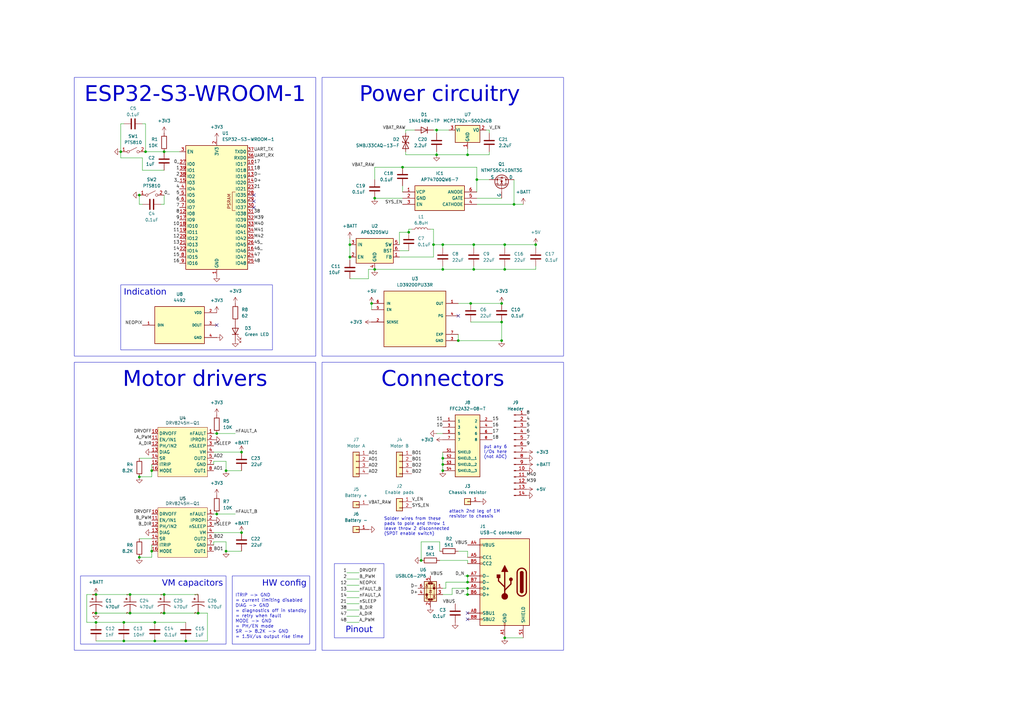
<source format=kicad_sch>
(kicad_sch (version 20231120) (generator "eeschema") (generator_version "8.0")
  (paper "A3")
  (lib_symbols
    (symbol "4492:4492" (pin_names (offset 1.016))
      (property "Reference" "U" (at -10.16 8.255 0))
      (property "Value" "4492" (at -10.16 -10.16 0))
      (symbol "4492_0_0"
        (pin input line (at -15.24 0 0) (length 5.08) (name "DIN") (number "1"))
        (pin power_in line (at 15.24 5.08 180) (length 5.08) (name "VDD") (number "2"))
        (pin output line (at 15.24 0 180) (length 5.08) (name "DOUT") (number "3"))
        (pin power_in line (at 15.24 -5.08 180) (length 5.08) (name "GND") (number "4"))
      )
    )
    (symbol "AP74700QW6-7:AP74700QW6-7"
      (property "Reference" "IC" (at 26.67 7.62 0))
      (property "Value" "AP74700QW6-7" (at 26.67 5.08 0))
      (symbol "AP74700QW6-7_1_1"
        (pin passive line (at 0 0 0) (length 5.08) (name "VCP") (number "1"))
        (pin passive line (at 0 -2.54 0) (length 5.08) (name "GND") (number "2"))
        (pin passive line (at 0 -5.08 0) (length 5.08) (name "EN") (number "3"))
        (pin passive line (at 30.48 -5.08 180) (length 5.08) (name "CATHODE") (number "4"))
        (pin passive line (at 30.48 -2.54 180) (length 5.08) (name "GATE") (number "5"))
        (pin passive line (at 30.48 0 180) (length 5.08) (name "ANODE") (number "6"))
      )
    )
    (symbol "B40620A7188M001:B40620A7188M001" (pin_names (offset 1.016))
      (property "Reference" "C" (at -5.08 3.81 0))
      (property "Value" "B40620A7188M001" (at -5.08 -5.08 0))
      (symbol "B40620A7188M001_0_0"
        (pin passive line (at -5.08 0 0) (length 0) (name "~") (number "1"))
        (pin passive line (at 2.54 0 180) (length 0) (name "~") (number "2"))
      )
    )
    (symbol "Connector:Conn_01x14_Pin" (pin_names (offset 1.016) hide)
      (property "Reference" "J" (at 0 17.78 0))
      (property "Value" "Conn_01x14_Pin" (at 0 -20.32 0))
      (symbol "Conn_01x14_Pin_1_1"
        (pin passive line (at 5.08 15.24 180) (length 3.81) (name "Pin_1") (number "1"))
        (pin passive line (at 5.08 -7.62 180) (length 3.81) (name "Pin_10") (number "10"))
        (pin passive line (at 5.08 -10.16 180) (length 3.81) (name "Pin_11") (number "11"))
        (pin passive line (at 5.08 -12.7 180) (length 3.81) (name "Pin_12") (number "12"))
        (pin passive line (at 5.08 -15.24 180) (length 3.81) (name "Pin_13") (number "13"))
        (pin passive line (at 5.08 -17.78 180) (length 3.81) (name "Pin_14") (number "14"))
        (pin passive line (at 5.08 12.7 180) (length 3.81) (name "Pin_2") (number "2"))
        (pin passive line (at 5.08 10.16 180) (length 3.81) (name "Pin_3") (number "3"))
        (pin passive line (at 5.08 7.62 180) (length 3.81) (name "Pin_4") (number "4"))
        (pin passive line (at 5.08 5.08 180) (length 3.81) (name "Pin_5") (number "5"))
        (pin passive line (at 5.08 2.54 180) (length 3.81) (name "Pin_6") (number "6"))
        (pin passive line (at 5.08 0 180) (length 3.81) (name "Pin_7") (number "7"))
        (pin passive line (at 5.08 -2.54 180) (length 3.81) (name "Pin_8") (number "8"))
        (pin passive line (at 5.08 -5.08 180) (length 3.81) (name "Pin_9") (number "9"))
      )
    )
    (symbol "Connector:USB_C_Receptacle_USB2.0_16P" (pin_names (offset 1.016))
      (property "Reference" "J" (at 0 22.225 0))
      (property "Value" "USB_C_Receptacle_USB2.0_16P" (at 0 19.685 0))
      (symbol "USB_C_Receptacle_USB2.0_16P_1_1"
        (pin passive line (at 0 -22.86 90) (length 5.08) (name "GND") (number "A1"))
        (pin passive line (at 0 -22.86 90) (length 5.08) hide (name "GND") (number "A12"))
        (pin passive line (at 15.24 15.24 180) (length 5.08) (name "VBUS") (number "A4"))
        (pin bidirectional line (at 15.24 10.16 180) (length 5.08) (name "CC1") (number "A5"))
        (pin bidirectional line (at 15.24 -2.54 180) (length 5.08) (name "D+") (number "A6"))
        (pin bidirectional line (at 15.24 2.54 180) (length 5.08) (name "D-") (number "A7"))
        (pin bidirectional line (at 15.24 -12.7 180) (length 5.08) (name "SBU1") (number "A8"))
        (pin passive line (at 15.24 15.24 180) (length 5.08) hide (name "VBUS") (number "A9"))
        (pin passive line (at 0 -22.86 90) (length 5.08) hide (name "GND") (number "B1"))
        (pin passive line (at 0 -22.86 90) (length 5.08) hide (name "GND") (number "B12"))
        (pin passive line (at 15.24 15.24 180) (length 5.08) hide (name "VBUS") (number "B4"))
        (pin bidirectional line (at 15.24 7.62 180) (length 5.08) (name "CC2") (number "B5"))
        (pin bidirectional line (at 15.24 -5.08 180) (length 5.08) (name "D+") (number "B6"))
        (pin bidirectional line (at 15.24 0 180) (length 5.08) (name "D-") (number "B7"))
        (pin bidirectional line (at 15.24 -15.24 180) (length 5.08) (name "SBU2") (number "B8"))
        (pin passive line (at 15.24 15.24 180) (length 5.08) hide (name "VBUS") (number "B9"))
        (pin passive line (at -7.62 -22.86 90) (length 5.08) (name "SHIELD") (number "S1"))
      )
    )
    (symbol "Connector_Generic:Conn_01x01" (pin_names (offset 1.016) hide)
      (property "Reference" "J" (at 0 2.54 0))
      (property "Value" "Conn_01x01" (at 0 -2.54 0))
      (symbol "Conn_01x01_1_1"
        (pin passive line (at -5.08 0 0) (length 3.81) (name "Pin_1") (number "1"))
      )
    )
    (symbol "Connector_Generic:Conn_01x02" (pin_names (offset 1.016) hide)
      (property "Reference" "J" (at 0 2.54 0))
      (property "Value" "Conn_01x02" (at 0 -5.08 0))
      (symbol "Conn_01x02_1_1"
        (pin passive line (at -5.08 0 0) (length 3.81) (name "Pin_1") (number "1"))
        (pin passive line (at -5.08 -2.54 0) (length 3.81) (name "Pin_2") (number "2"))
      )
    )
    (symbol "Connector_Generic:Conn_01x04" (pin_names (offset 1.016) hide)
      (property "Reference" "J" (at 0 5.08 0))
      (property "Value" "Conn_01x04" (at 0 -7.62 0))
      (symbol "Conn_01x04_1_1"
        (pin passive line (at -5.08 2.54 0) (length 3.81) (name "Pin_1") (number "1"))
        (pin passive line (at -5.08 0 0) (length 3.81) (name "Pin_2") (number "2"))
        (pin passive line (at -5.08 -2.54 0) (length 3.81) (name "Pin_3") (number "3"))
        (pin passive line (at -5.08 -5.08 0) (length 3.81) (name "Pin_4") (number "4"))
      )
    )
    (symbol "Device:C" (pin_numbers hide) (pin_names (offset 0.254))
      (property "Reference" "C" (at 0.635 2.54 0))
      (property "Value" "C" (at 0.635 -2.54 0))
      (symbol "C_1_1"
        (pin passive line (at 0 3.81 270) (length 2.794) (name "~") (number "1"))
        (pin passive line (at 0 -3.81 90) (length 2.794) (name "~") (number "2"))
      )
    )
    (symbol "Device:D_TVS" (pin_numbers hide) (pin_names (offset 1.016) hide)
      (property "Reference" "D" (at 0 2.54 0))
      (property "Value" "D_TVS" (at 0 -2.54 0))
      (symbol "D_TVS_1_1"
        (pin passive line (at -3.81 0 0) (length 2.54) (name "A1") (number "1"))
        (pin passive line (at 3.81 0 180) (length 2.54) (name "A2") (number "2"))
      )
    )
    (symbol "Device:L" (pin_numbers hide) (pin_names (offset 1.016) hide)
      (property "Reference" "L" (at -1.27 0 90))
      (property "Value" "L" (at 1.905 0 90))
      (symbol "L_1_1"
        (pin passive line (at 0 3.81 270) (length 1.27) (name "1") (number "1"))
        (pin passive line (at 0 -3.81 90) (length 1.27) (name "2") (number "2"))
      )
    )
    (symbol "Device:LED" (pin_numbers hide) (pin_names (offset 1.016) hide)
      (property "Reference" "D" (at 0 2.54 0))
      (property "Value" "LED" (at 0 -2.54 0))
      (symbol "LED_1_1"
        (pin passive line (at -3.81 0 0) (length 2.54) (name "K") (number "1"))
        (pin passive line (at 3.81 0 180) (length 2.54) (name "A") (number "2"))
      )
    )
    (symbol "Device:R" (pin_numbers hide) (pin_names (offset 0))
      (property "Reference" "R" (at 2.032 0 90))
      (property "Value" "R" (at 0 0 90))
      (symbol "R_1_1"
        (pin passive line (at 0 3.81 270) (length 1.27) (name "~") (number "1"))
        (pin passive line (at 0 -3.81 90) (length 1.27) (name "~") (number "2"))
      )
    )
    (symbol "Diode:1N4148W" (pin_numbers hide) (pin_names hide)
      (property "Reference" "D" (at 0 2.54 0))
      (property "Value" "1N4148W" (at 0 -2.54 0))
      (symbol "1N4148W_1_1"
        (pin passive line (at -3.81 0 0) (length 2.54) (name "K") (number "1"))
        (pin passive line (at 3.81 0 180) (length 2.54) (name "A") (number "2"))
      )
    )
    (symbol "FFC2A32-08-T:FFC2A32-08-T" (pin_names (offset 1.016))
      (property "Reference" "J" (at -5.08 8.382 0))
      (property "Value" "FFC2A32-08-T" (at -5.08 -20.32 0))
      (symbol "FFC2A32-08-T_0_0"
        (pin passive line (at -10.16 5.08 0) (length 5.08) (name "1") (number "1"))
        (pin passive line (at 10.16 5.08 180) (length 5.08) (name "2") (number "2"))
        (pin passive line (at -10.16 2.54 0) (length 5.08) (name "3") (number "3"))
        (pin passive line (at 10.16 2.54 180) (length 5.08) (name "4") (number "4"))
        (pin passive line (at -10.16 0 0) (length 5.08) (name "5") (number "5"))
        (pin passive line (at 10.16 0 180) (length 5.08) (name "6") (number "6"))
        (pin passive line (at -10.16 -2.54 0) (length 5.08) (name "7") (number "7"))
        (pin passive line (at 10.16 -2.54 180) (length 5.08) (name "8") (number "8"))
        (pin passive line (at -10.16 -7.62 0) (length 5.08) (name "SHIELD") (number "S1"))
        (pin passive line (at -10.16 -10.16 0) (length 5.08) (name "SHIELD__1") (number "S2"))
        (pin passive line (at -10.16 -12.7 0) (length 5.08) (name "SHIELD__2") (number "S3"))
        (pin passive line (at -10.16 -15.24 0) (length 5.08) (name "SHIELD__3") (number "S4"))
      )
    )
    (symbol "HaaseIndustries:DRV8245-Q1"
      (property "Reference" "U" (at 0 11.176 0))
      (symbol "DRV8245-Q1_1_1"
        (text "DRV8245H-Q1" (at 0 9.398 0) (effects (font (size 1.27 1.27))))
        (pin passive line (at 12.7 5.08 180) (length 2.54) (name "nFAULT") (number "1"))
        (pin passive line (at -12.7 5.08 0) (length 2.54) (name "DRVOFF") (number "10"))
        (pin passive line (at -12.7 2.54 0) (length 2.54) (name "EN/IN1") (number "11"))
        (pin passive line (at -12.7 0 0) (length 2.54) (name "PH/IN2") (number "12"))
        (pin passive line (at -12.7 -2.54 0) (length 2.54) (name "DIAG") (number "13"))
        (pin passive line (at -12.7 -5.08 0) (length 2.54) (name "SR") (number "14"))
        (pin passive line (at -12.7 -7.62 0) (length 2.54) (name "ITRIP") (number "15"))
        (pin passive line (at -12.7 -10.16 0) (length 2.54) (name "MODE") (number "16"))
        (pin passive line (at 12.7 2.54 180) (length 2.54) (name "IPROPI") (number "2"))
        (pin passive line (at 12.7 0 180) (length 2.54) (name "nSLEEP") (number "3"))
        (pin power_in line (at 12.7 -2.54 180) (length 2.54) (name "VM") (number "4"))
        (pin passive line (at 12.7 -5.08 180) (length 2.54) (name "OUT2") (number "5"))
        (pin passive line (at 12.7 -5.08 180) (length 2.54) hide (name "OUT2") (number "6"))
        (pin power_in line (at 12.7 -7.62 180) (length 2.54) (name "GND") (number "7"))
        (pin passive line (at 12.7 -10.16 180) (length 2.54) (name "OUT1") (number "8"))
        (pin passive line (at 12.7 -10.16 180) (length 2.54) hide (name "OUT1") (number "9"))
      )
    )
    (symbol "LD39200PU33R:LD39200PU33R" (pin_names (offset 1.016))
      (property "Reference" "U" (at -12.7 13.462 0))
      (property "Value" "LD39200PU33R" (at -12.7 -12.7 0))
      (symbol "LD39200PU33R_0_0"
        (pin output line (at 17.78 7.62 180) (length 5.08) (name "OUT") (number "1"))
        (pin input line (at -17.78 0 0) (length 5.08) (name "SENSE") (number "2"))
        (pin power_in line (at 17.78 -7.62 180) (length 5.08) (name "GND") (number "3"))
        (pin output line (at 17.78 2.54 180) (length 5.08) (name "PG") (number "4"))
        (pin input line (at -17.78 5.08 0) (length 5.08) (name "EN") (number "5"))
        (pin input line (at -17.78 7.62 0) (length 5.08) (name "IN") (number "6"))
        (pin power_in line (at 17.78 -5.08 180) (length 5.08) (name "EXP") (number "7"))
      )
    )
    (symbol "Power_Protection:USBLC6-2P6" (pin_names hide)
      (property "Reference" "U" (at 0.635 5.715 0))
      (property "Value" "USBLC6-2P6" (at 0.635 3.81 0))
      (symbol "USBLC6-2P6_1_1"
        (pin passive line (at -5.08 0 0) (length 2.54) (name "I/O1") (number "1"))
        (pin passive line (at 0 -7.62 90) (length 2.54) (name "GND") (number "2"))
        (pin passive line (at -5.08 -2.54 0) (length 2.54) (name "I/O2") (number "3"))
        (pin passive line (at 5.08 -2.54 180) (length 2.54) (name "I/O2") (number "4"))
        (pin passive line (at 0 5.08 270) (length 2.54) (name "VBUS") (number "5"))
        (pin passive line (at 5.08 0 180) (length 2.54) (name "I/O1") (number "6"))
      )
    )
    (symbol "RF_Module:ESP32-S3-WROOM-1"
      (property "Reference" "U" (at -12.7 26.67 0))
      (property "Value" "ESP32-S3-WROOM-1" (at 12.7 26.67 0))
      (symbol "ESP32-S3-WROOM-1_0_0"
        (text "PSRAM" (at 5.08 2.54 900) (effects (font (size 1.27 1.27))))
      )
      (symbol "ESP32-S3-WROOM-1_1_1"
        (pin power_in line (at 0 -27.94 90) (length 2.54) (name "GND") (number "1"))
        (pin bidirectional line (at 15.24 17.78 180) (length 2.54) (name "IO17") (number "10"))
        (pin bidirectional line (at 15.24 15.24 180) (length 2.54) (name "IO18") (number "11"))
        (pin bidirectional line (at -15.24 -2.54 0) (length 2.54) (name "IO8") (number "12"))
        (pin bidirectional line (at 15.24 12.7 180) (length 2.54) (name "IO19") (number "13"))
        (pin bidirectional line (at 15.24 10.16 180) (length 2.54) (name "IO20") (number "14"))
        (pin bidirectional line (at -15.24 10.16 0) (length 2.54) (name "IO3") (number "15"))
        (pin bidirectional line (at 15.24 -17.78 180) (length 2.54) (name "IO46") (number "16"))
        (pin bidirectional line (at -15.24 -5.08 0) (length 2.54) (name "IO9") (number "17"))
        (pin bidirectional line (at -15.24 -7.62 0) (length 2.54) (name "IO10") (number "18"))
        (pin bidirectional line (at -15.24 -10.16 0) (length 2.54) (name "IO11") (number "19"))
        (pin power_in line (at 0 27.94 270) (length 2.54) (name "3V3") (number "2"))
        (pin bidirectional line (at -15.24 -12.7 0) (length 2.54) (name "IO12") (number "20"))
        (pin bidirectional line (at -15.24 -15.24 0) (length 2.54) (name "IO13") (number "21"))
        (pin bidirectional line (at -15.24 -17.78 0) (length 2.54) (name "IO14") (number "22"))
        (pin bidirectional line (at 15.24 7.62 180) (length 2.54) (name "IO21") (number "23"))
        (pin bidirectional line (at 15.24 -20.32 180) (length 2.54) (name "IO47") (number "24"))
        (pin bidirectional line (at 15.24 -22.86 180) (length 2.54) (name "IO48") (number "25"))
        (pin bidirectional line (at 15.24 -15.24 180) (length 2.54) (name "IO45") (number "26"))
        (pin bidirectional line (at -15.24 17.78 0) (length 2.54) (name "IO0") (number "27"))
        (pin bidirectional line (at 15.24 5.08 180) (length 2.54) (name "IO35") (number "28"))
        (pin bidirectional line (at 15.24 2.54 180) (length 2.54) (name "IO36") (number "29"))
        (pin input line (at -15.24 22.86 0) (length 2.54) (name "EN") (number "3"))
        (pin bidirectional line (at 15.24 0 180) (length 2.54) (name "IO37") (number "30"))
        (pin bidirectional line (at 15.24 -2.54 180) (length 2.54) (name "IO38") (number "31"))
        (pin bidirectional line (at 15.24 -5.08 180) (length 2.54) (name "IO39") (number "32"))
        (pin bidirectional line (at 15.24 -7.62 180) (length 2.54) (name "IO40") (number "33"))
        (pin bidirectional line (at 15.24 -10.16 180) (length 2.54) (name "IO41") (number "34"))
        (pin bidirectional line (at 15.24 -12.7 180) (length 2.54) (name "IO42") (number "35"))
        (pin bidirectional line (at 15.24 20.32 180) (length 2.54) (name "RXD0") (number "36"))
        (pin bidirectional line (at 15.24 22.86 180) (length 2.54) (name "TXD0") (number "37"))
        (pin bidirectional line (at -15.24 12.7 0) (length 2.54) (name "IO2") (number "38"))
        (pin bidirectional line (at -15.24 15.24 0) (length 2.54) (name "IO1") (number "39"))
        (pin bidirectional line (at -15.24 7.62 0) (length 2.54) (name "IO4") (number "4"))
        (pin passive line (at 0 -27.94 90) (length 2.54) hide (name "GND") (number "40"))
        (pin passive line (at 0 -27.94 90) (length 2.54) hide (name "GND") (number "41"))
        (pin bidirectional line (at -15.24 5.08 0) (length 2.54) (name "IO5") (number "5"))
        (pin bidirectional line (at -15.24 2.54 0) (length 2.54) (name "IO6") (number "6"))
        (pin bidirectional line (at -15.24 0 0) (length 2.54) (name "IO7") (number "7"))
        (pin bidirectional line (at -15.24 -20.32 0) (length 2.54) (name "IO15") (number "8"))
        (pin bidirectional line (at -15.24 -22.86 0) (length 2.54) (name "IO16") (number "9"))
      )
    )
    (symbol "Regulator_Linear:MCP1792x-5002xCB" (pin_names (offset 0.254))
      (property "Reference" "U" (at -3.81 3.175 0))
      (property "Value" "MCP1792x-5002xCB" (at 0 3.175 0))
      (symbol "MCP1792x-5002xCB_1_1"
        (pin power_in line (at 0 -7.62 90) (length 2.54) (name "GND") (number "1"))
        (pin power_out line (at 7.62 0 180) (length 2.54) (name "VO") (number "2"))
        (pin power_in line (at -7.62 0 0) (length 2.54) (name "VI") (number "3"))
      )
    )
    (symbol "Regulator_Switching:AP63205WU"
      (property "Reference" "U" (at -7.62 6.35 0))
      (property "Value" "AP63205WU" (at 2.54 6.35 0))
      (symbol "AP63205WU_1_1"
        (pin input line (at 10.16 -2.54 180) (length 2.54) (name "FB") (number "1"))
        (pin input line (at -10.16 -2.54 0) (length 2.54) (name "EN") (number "2"))
        (pin power_in line (at -10.16 2.54 0) (length 2.54) (name "IN") (number "3"))
        (pin power_in line (at 0 -7.62 90) (length 2.54) (name "GND") (number "4"))
        (pin output line (at 10.16 2.54 180) (length 2.54) (name "SW") (number "5"))
        (pin passive line (at 10.16 0 180) (length 2.54) (name "BST") (number "6"))
      )
    )
    (symbol "Simulation_SPICE:NMOS" (pin_numbers hide) (pin_names (offset 0))
      (property "Reference" "Q1" (at 8.89 0 90))
      (property "Value" "NTMFS5C410NT3G" (at 6.35 0 90))
      (symbol "NMOS_1_1"
        (pin passive line (at 2.54 -5.08 90) (length 2.54) hide (name "S") (number "1"))
        (pin passive line (at 2.54 -5.08 90) (length 2.54) hide (name "S") (number "2"))
        (pin passive line (at 2.54 -5.08 90) (length 2.54) (name "S") (number "3"))
        (pin input line (at -5.08 0 0) (length 2.54) (name "G") (number "4"))
        (pin passive line (at 2.54 5.08 270) (length 2.54) (name "D") (number "5"))
        (pin passive line (at 2.54 5.08 270) (length 2.54) hide (name "D") (number "6"))
      )
    )
    (symbol "Switch:SW_SPST" (pin_names (offset 0) hide)
      (property "Reference" "SW" (at 0 3.175 0))
      (property "Value" "SW_SPST" (at 0 -2.54 0))
      (symbol "SW_SPST_1_1"
        (pin passive line (at -5.08 0 0) (length 2.54) (name "A") (number "1"))
        (pin passive line (at 5.08 0 180) (length 2.54) (name "B") (number "2"))
      )
    )
    (symbol "power:+3V3" (power) (pin_numbers hide) (pin_names (offset 0) hide)
      (property "Value" "+3V3" (at 0 3.556 0))
      (symbol "+3V3_1_1"
        (pin power_in line (at 0 0 90) (length 0) (name "~") (number "1"))
      )
    )
    (symbol "power:+5V" (power) (pin_numbers hide) (pin_names (offset 0) hide)
      (property "Value" "+5V" (at 0 3.556 0))
      (symbol "+5V_1_1"
        (pin power_in line (at 0 0 90) (length 0) (name "~") (number "1"))
      )
    )
    (symbol "power:+BATT" (power) (pin_numbers hide) (pin_names (offset 0) hide)
      (property "Value" "+BATT" (at 0 3.556 0))
      (symbol "+BATT_1_1"
        (pin power_in line (at 0 0 90) (length 0) (name "~") (number "1"))
      )
    )
    (symbol "power:GND" (power) (pin_numbers hide) (pin_names (offset 0) hide)
      (property "Value" "GND" (at 0 -3.81 0))
      (symbol "GND_1_1"
        (pin power_in line (at 0 0 270) (length 0) (name "~") (number "1"))
      )
    )
  )
  (junction (at 167.64 95.25))
  (junction (at 57.15 195.58))
  (junction (at 67.31 243.84))
  (junction (at 92.71 193.04))
  (junction (at 179.07 63.5))
  (junction (at 181.61 190.5))
  (junction (at 205.74 132.08))
  (junction (at 50.8 255.27))
  (junction (at 99.06 218.44))
  (junction (at 210.82 83.82))
  (junction (at 88.9 177.8))
  (junction (at 57.15 228.6))
  (junction (at 179.07 53.34))
  (junction (at 99.06 185.42))
  (junction (at 92.71 226.06))
  (junction (at 207.01 110.49))
  (junction (at 205.74 139.7))
  (junction (at 207.01 261.62))
  (junction (at 191.77 243.84))
  (junction (at 152.4 124.46))
  (junction (at 191.77 241.3))
  (junction (at 181.61 187.96))
  (junction (at 153.67 81.28))
  (junction (at 53.34 251.46))
  (junction (at 59.69 62.23))
  (junction (at 181.61 110.49))
  (junction (at 165.1 68.58))
  (junction (at 67.31 62.23))
  (junction (at 57.15 80.01))
  (junction (at 177.8 100.33))
  (junction (at 39.37 243.84))
  (junction (at 187.96 139.7))
  (junction (at 207.01 100.33))
  (junction (at 88.9 210.82))
  (junction (at 172.72 229.87))
  (junction (at 194.31 110.49))
  (junction (at 194.31 100.33))
  (junction (at 191.77 238.76))
  (junction (at 219.71 100.33))
  (junction (at 63.5 255.27))
  (junction (at 62.23 193.04))
  (junction (at 49.53 62.23))
  (junction (at 39.37 251.46))
  (junction (at 181.61 100.33))
  (junction (at 191.77 236.22))
  (junction (at 63.5 262.89))
  (junction (at 193.04 124.46))
  (junction (at 205.74 124.46))
  (junction (at 181.61 193.04))
  (junction (at 195.58 73.66))
  (junction (at 53.34 243.84))
  (junction (at 143.51 105.41))
  (junction (at 39.37 255.27))
  (junction (at 67.31 251.46))
  (junction (at 191.77 63.5))
  (junction (at 81.28 251.46))
  (junction (at 76.2 262.89))
  (junction (at 143.51 100.33))
  (junction (at 50.8 262.89))
  (junction (at 153.67 110.49))
  (junction (at 62.23 226.06))
  (no_connect (at 191.77 251.46))
  (no_connect (at 104.14 85.09))
  (no_connect (at 187.96 129.54))
  (no_connect (at 104.14 82.55))
  (no_connect (at 191.77 254))
  (no_connect (at 88.9 133.35))
  (no_connect (at 104.14 80.01))
  (wire (pts (xy 190.5 243.84) (xy 191.77 243.84)))
  (wire (pts (xy 181.61 110.49) (xy 181.61 109.22)))
  (wire (pts (xy 67.31 243.84) (xy 81.28 243.84)))
  (wire (pts (xy 194.31 110.49) (xy 194.31 109.22)))
  (wire (pts (xy 49.53 64.77) (xy 49.53 62.23)))
  (wire (pts (xy 92.71 222.25) (xy 92.71 226.06)))
  (wire (pts (xy 187.96 226.06) (xy 191.77 226.06)))
  (wire (pts (xy 57.15 220.98) (xy 62.23 220.98)))
  (wire (pts (xy 194.31 100.33) (xy 194.31 101.6)))
  (wire (pts (xy 195.58 81.28) (xy 205.74 81.28)))
  (wire (pts (xy 181.61 100.33) (xy 194.31 100.33)))
  (wire (pts (xy 181.61 185.42) (xy 181.61 187.96)))
  (wire (pts (xy 194.31 100.33) (xy 207.01 100.33)))
  (wire (pts (xy 62.23 228.6) (xy 62.23 226.06)))
  (wire (pts (xy 181.61 187.96) (xy 181.61 190.5)))
  (wire (pts (xy 207.01 261.62) (xy 214.63 261.62)))
  (wire (pts (xy 207.01 101.6) (xy 207.01 100.33)))
  (wire (pts (xy 200.66 53.34) (xy 200.66 54.61)))
  (wire (pts (xy 53.34 243.84) (xy 67.31 243.84)))
  (wire (pts (xy 153.67 110.49) (xy 181.61 110.49)))
  (wire (pts (xy 177.8 53.34) (xy 179.07 53.34)))
  (wire (pts (xy 152.4 124.46) (xy 152.4 127)))
  (wire (pts (xy 39.37 262.89) (xy 50.8 262.89)))
  (wire (pts (xy 50.8 262.89) (xy 63.5 262.89)))
  (wire (pts (xy 87.63 189.23) (xy 87.63 190.5)))
  (wire (pts (xy 142.24 245.11) (xy 147.32 245.11)))
  (wire (pts (xy 142.24 242.57) (xy 147.32 242.57)))
  (wire (pts (xy 92.71 226.06) (xy 99.06 226.06)))
  (wire (pts (xy 207.01 109.22) (xy 207.01 110.49)))
  (wire (pts (xy 53.34 251.46) (xy 67.31 251.46)))
  (wire (pts (xy 58.42 83.82) (xy 57.15 83.82)))
  (wire (pts (xy 177.8 93.98) (xy 177.8 100.33)))
  (wire (pts (xy 210.82 83.82) (xy 214.63 83.82)))
  (wire (pts (xy 172.72 222.25) (xy 172.72 229.87)))
  (wire (pts (xy 180.34 222.25) (xy 172.72 222.25)))
  (wire (pts (xy 67.31 62.23) (xy 73.66 62.23)))
  (wire (pts (xy 185.42 243.84) (xy 185.42 241.3)))
  (wire (pts (xy 190.5 236.22) (xy 191.77 236.22)))
  (wire (pts (xy 39.37 243.84) (xy 53.34 243.84)))
  (wire (pts (xy 167.64 93.98) (xy 168.91 93.98)))
  (wire (pts (xy 166.37 62.23) (xy 166.37 63.5)))
  (wire (pts (xy 58.42 64.77) (xy 49.53 64.77)))
  (wire (pts (xy 179.07 63.5) (xy 191.77 63.5)))
  (wire (pts (xy 142.24 250.19) (xy 147.32 250.19)))
  (wire (pts (xy 200.66 63.5) (xy 200.66 62.23)))
  (wire (pts (xy 182.88 238.76) (xy 191.77 238.76)))
  (wire (pts (xy 195.58 73.66) (xy 200.66 73.66)))
  (wire (pts (xy 92.71 193.04) (xy 99.06 193.04)))
  (wire (pts (xy 87.63 222.25) (xy 87.63 223.52)))
  (wire (pts (xy 181.61 190.5) (xy 181.61 193.04)))
  (wire (pts (xy 165.1 68.58) (xy 195.58 68.58)))
  (wire (pts (xy 92.71 189.23) (xy 87.63 189.23)))
  (wire (pts (xy 92.71 222.25) (xy 87.63 222.25)))
  (wire (pts (xy 181.61 241.3) (xy 182.88 241.3)))
  (wire (pts (xy 191.77 63.5) (xy 200.66 63.5)))
  (wire (pts (xy 191.77 241.3) (xy 191.77 243.84)))
  (wire (pts (xy 87.63 210.82) (xy 88.9 210.82)))
  (wire (pts (xy 57.15 228.6) (xy 62.23 228.6)))
  (wire (pts (xy 151.13 110.49) (xy 153.67 110.49)))
  (wire (pts (xy 187.96 124.46) (xy 193.04 124.46)))
  (wire (pts (xy 142.24 247.65) (xy 147.32 247.65)))
  (wire (pts (xy 67.31 80.01) (xy 67.31 83.82)))
  (wire (pts (xy 191.77 236.22) (xy 191.77 238.76)))
  (wire (pts (xy 63.5 262.89) (xy 76.2 262.89)))
  (wire (pts (xy 219.71 109.22) (xy 219.71 110.49)))
  (wire (pts (xy 87.63 177.8) (xy 88.9 177.8)))
  (wire (pts (xy 49.53 50.8) (xy 49.53 62.23)))
  (wire (pts (xy 35.56 243.84) (xy 35.56 255.27)))
  (wire (pts (xy 163.83 105.41) (xy 177.8 105.41)))
  (wire (pts (xy 151.13 114.3) (xy 151.13 110.49)))
  (wire (pts (xy 180.34 226.06) (xy 180.34 222.25)))
  (wire (pts (xy 142.24 234.95) (xy 147.32 234.95)))
  (wire (pts (xy 62.23 193.04) (xy 62.23 190.5)))
  (wire (pts (xy 57.15 80.01) (xy 57.15 83.82)))
  (wire (pts (xy 179.07 54.61) (xy 179.07 53.34)))
  (wire (pts (xy 153.67 73.66) (xy 153.67 68.58)))
  (wire (pts (xy 142.24 252.73) (xy 147.32 252.73)))
  (wire (pts (xy 187.96 137.16) (xy 187.96 139.7)))
  (wire (pts (xy 181.61 243.84) (xy 185.42 243.84)))
  (wire (pts (xy 219.71 100.33) (xy 207.01 100.33)))
  (wire (pts (xy 39.37 255.27) (xy 50.8 255.27)))
  (wire (pts (xy 205.74 139.7) (xy 205.74 132.08)))
  (wire (pts (xy 179.07 177.8) (xy 181.61 177.8)))
  (wire (pts (xy 88.9 177.8) (xy 96.52 177.8)))
  (wire (pts (xy 143.51 100.33) (xy 143.51 105.41)))
  (wire (pts (xy 210.82 83.82) (xy 210.82 73.66)))
  (wire (pts (xy 153.67 81.28) (xy 165.1 81.28)))
  (wire (pts (xy 200.66 53.34) (xy 199.39 53.34)))
  (wire (pts (xy 143.51 105.41) (xy 143.51 106.68)))
  (wire (pts (xy 179.07 63.5) (xy 179.07 62.23)))
  (wire (pts (xy 195.58 83.82) (xy 210.82 83.82)))
  (wire (pts (xy 185.42 241.3) (xy 191.77 241.3)))
  (wire (pts (xy 39.37 243.84) (xy 35.56 243.84)))
  (wire (pts (xy 58.42 50.8) (xy 59.69 50.8)))
  (wire (pts (xy 191.77 226.06) (xy 191.77 228.6)))
  (wire (pts (xy 219.71 101.6) (xy 219.71 100.33)))
  (wire (pts (xy 87.63 218.44) (xy 99.06 218.44)))
  (wire (pts (xy 142.24 240.03) (xy 147.32 240.03)))
  (wire (pts (xy 191.77 229.87) (xy 191.77 231.14)))
  (wire (pts (xy 35.56 255.27) (xy 39.37 255.27)))
  (wire (pts (xy 163.83 102.87) (xy 167.64 102.87)))
  (wire (pts (xy 191.77 63.5) (xy 191.77 60.96)))
  (wire (pts (xy 177.8 105.41) (xy 177.8 100.33)))
  (wire (pts (xy 143.51 97.79) (xy 143.51 100.33)))
  (wire (pts (xy 62.23 195.58) (xy 62.23 193.04)))
  (wire (pts (xy 63.5 255.27) (xy 76.2 255.27)))
  (wire (pts (xy 153.67 68.58) (xy 165.1 68.58)))
  (wire (pts (xy 67.31 69.85) (xy 58.42 69.85)))
  (wire (pts (xy 177.8 100.33) (xy 181.61 100.33)))
  (wire (pts (xy 143.51 114.3) (xy 151.13 114.3)))
  (wire (pts (xy 182.88 241.3) (xy 182.88 238.76)))
  (wire (pts (xy 88.9 210.82) (xy 96.52 210.82)))
  (wire (pts (xy 195.58 68.58) (xy 195.58 73.66)))
  (wire (pts (xy 67.31 251.46) (xy 81.28 251.46)))
  (wire (pts (xy 81.28 251.46) (xy 85.09 251.46)))
  (wire (pts (xy 50.8 50.8) (xy 49.53 50.8)))
  (wire (pts (xy 181.61 100.33) (xy 181.61 101.6)))
  (wire (pts (xy 193.04 132.08) (xy 205.74 132.08)))
  (wire (pts (xy 166.37 63.5) (xy 179.07 63.5)))
  (wire (pts (xy 187.96 139.7) (xy 205.74 139.7)))
  (wire (pts (xy 195.58 78.74) (xy 195.58 73.66)))
  (wire (pts (xy 167.64 93.98) (xy 167.64 95.25)))
  (wire (pts (xy 85.09 262.89) (xy 76.2 262.89)))
  (wire (pts (xy 176.53 93.98) (xy 177.8 93.98)))
  (wire (pts (xy 92.71 189.23) (xy 92.71 193.04)))
  (wire (pts (xy 207.01 110.49) (xy 219.71 110.49)))
  (wire (pts (xy 85.09 251.46) (xy 85.09 262.89)))
  (wire (pts (xy 166.37 53.34) (xy 166.37 54.61)))
  (wire (pts (xy 142.24 237.49) (xy 147.32 237.49)))
  (wire (pts (xy 66.04 83.82) (xy 67.31 83.82)))
  (wire (pts (xy 181.61 110.49) (xy 194.31 110.49)))
  (wire (pts (xy 194.31 110.49) (xy 207.01 110.49)))
  (wire (pts (xy 59.69 62.23) (xy 67.31 62.23)))
  (wire (pts (xy 166.37 53.34) (xy 170.18 53.34)))
  (wire (pts (xy 165.1 76.2) (xy 165.1 78.74)))
  (wire (pts (xy 179.07 53.34) (xy 184.15 53.34)))
  (wire (pts (xy 59.69 50.8) (xy 59.69 62.23)))
  (wire (pts (xy 193.04 124.46) (xy 205.74 124.46)))
  (wire (pts (xy 142.24 255.27) (xy 147.32 255.27)))
  (wire (pts (xy 39.37 251.46) (xy 53.34 251.46)))
  (wire (pts (xy 180.34 229.87) (xy 191.77 229.87)))
  (wire (pts (xy 50.8 255.27) (xy 63.5 255.27)))
  (wire (pts (xy 57.15 195.58) (xy 62.23 195.58)))
  (wire (pts (xy 163.83 100.33) (xy 163.83 95.25)))
  (wire (pts (xy 87.63 185.42) (xy 99.06 185.42)))
  (wire (pts (xy 57.15 187.96) (xy 62.23 187.96)))
  (wire (pts (xy 62.23 226.06) (xy 62.23 223.52)))
  (wire (pts (xy 163.83 95.25) (xy 167.64 95.25)))
  (wire (pts (xy 58.42 69.85) (xy 58.42 64.77)))
  (rectangle (start 33.02 236.22) (end 92.71 264.16))
  (rectangle (start 137.16 231.14) (end 157.48 261.62))
  (rectangle (start 30.48 148.59) (end 129.54 266.7))
  (rectangle (start 49.53 116.84) (end 111.76 143.51))
  (rectangle (start 95.25 236.22) (end 127 264.16))
  (rectangle (start 30.48 31.75) (end 129.54 146.05))
  (rectangle (start 132.08 31.75) (end 231.14 146.05))
  (rectangle (start 132.08 148.59) (end 231.14 266.7))
  (text "Indication" (at 50.8 120.65 0) (effects (font (size 2.54 2.54)) (justify left)))
  (text "ITRIP -> GND\n= current limiting disabled\nDIAG -> GND\n= diagnostics off in standby\n= retry when fault\nMODE -> GND\n= PH/EN mode\nSR -> 8.2K -> GND\n= 1.5V/us output rise time" (at 96.52 252.73 0) (effects (font (size 1.3208 1.3208)) (justify left)))
  (text "ESP32-S3-WROOM-1" (at 80.01 40.64 0) (effects (font (size 6.35 6.35))))
  (text "Motor drivers" (at 80.01 157.48 0) (effects (font (size 6.35 6.35))))
  (text "Power circuitry" (at 180.34 40.64 0) (effects (font (size 6.35 6.35))))
  (text "Connectors" (at 181.61 157.48 0) (effects (font (size 6.35 6.35))))
  (text "Solder wires from these\npads to pole and throw 1\nleave throw 2 disconnected\n(SPDT enable switch)" (at 157.48 215.9 0) (effects (font (size 1.27 1.27)) (justify left)))
  (text "put any 6\nI/Os here\n(not ADC)" (at 203.2 185.42 0) (effects (font (size 1.27 1.27))))
  (text "VM capacitors" (at 91.44 240.03 0) (effects (font (size 2.54 2.54)) (justify right)))
  (text "HW config" (at 125.73 240.03 0) (effects (font (size 2.54 2.54)) (justify right)))
  (text "Pinout" (at 147.32 259.08 0) (effects (font (size 2.54 2.54))))
  (text "attach 2nd leg of 1M\nresistor to chassis" (at 184.15 210.82 0) (effects (font (size 1.27 1.27)) (justify left)))
  (label "0_" (at 73.66 67.31 180))
  (label "nSLEEP" (at 87.63 215.9 0))
  (label "AO2" (at 87.63 187.96 0))
  (label "M39" (at 215.9 198.12 0))
  (label "B_PWM" (at 147.32 237.49 0))
  (label "UART_RX" (at 104.14 64.77 0))
  (label "2" (at 142.24 237.49 180))
  (label "AO2" (at 151.13 194.31 0))
  (label "A_DIR" (at 147.32 252.73 0))
  (label "VBAT_RAW" (at 153.67 68.58 180))
  (label "48" (at 142.24 255.27 180))
  (label "D-" (at 171.45 241.3 180))
  (label "5" (at 73.66 80.01 180))
  (label "AO1" (at 151.13 186.69 0))
  (label "SYS_EN" (at 168.91 208.28 0))
  (label "38" (at 104.14 87.63 0))
  (label "13" (at 73.66 100.33 180))
  (label "47" (at 142.24 252.73 180))
  (label "VBAT_RAW" (at 151.13 207.01 0))
  (label "14" (at 142.24 245.11 180))
  (label "BO1" (at 168.91 186.69 0))
  (label "5" (at 215.9 175.26 0))
  (label "15" (at 73.66 105.41 180))
  (label "BO2" (at 87.63 220.98 0))
  (label "VBUS" (at 186.69 247.65 180))
  (label "DRVOFF" (at 147.32 234.95 0))
  (label "nFAULT_B" (at 147.32 242.57 0))
  (label "nFAULT_A" (at 96.52 177.8 0))
  (label "1" (at 142.24 234.95 180))
  (label "A_DIR" (at 62.23 182.88 180))
  (label "AO1" (at 87.63 193.04 0))
  (label "2" (at 73.66 72.39 180))
  (label "10" (at 181.61 175.26 180))
  (label "B_DIR" (at 62.23 215.9 180))
  (label "47" (at 104.14 105.41 0))
  (label "VBAT_RAW" (at 166.37 53.34 180))
  (label "7" (at 215.9 180.34 0))
  (label "NEOPIX" (at 147.32 240.03 0))
  (label "nFAULT_A" (at 147.32 245.11 0))
  (label "11" (at 181.61 172.72 180))
  (label "nFAULT_B" (at 96.52 210.82 0))
  (label "AO2" (at 151.13 191.77 0))
  (label "8" (at 215.9 170.18 0))
  (label "BO2" (at 168.91 194.31 0))
  (label "A_PWM" (at 62.23 180.34 180))
  (label "VBUS" (at 176.53 236.22 0))
  (label "12" (at 73.66 97.79 180))
  (label "14" (at 73.66 102.87 180))
  (label "13" (at 142.24 242.57 180))
  (label "0_" (at 67.31 80.01 0))
  (label "46_" (at 104.14 102.87 0))
  (label "6" (at 73.66 82.55 180))
  (label "D_N" (at 190.5 236.22 180))
  (label "10" (at 73.66 92.71 180))
  (label "D_P" (at 190.5 243.84 180))
  (label "48" (at 104.14 107.95 0))
  (label "21" (at 142.24 247.65 180))
  (label "D+" (at 171.45 243.84 180))
  (label "BO2" (at 168.91 191.77 0))
  (label "45_" (at 104.14 100.33 0))
  (label "11" (at 73.66 95.25 180))
  (label "21" (at 104.14 77.47 0))
  (label "AO1" (at 151.13 189.23 0))
  (label "4" (at 215.9 172.72 0))
  (label "M39" (at 104.14 90.17 0))
  (label "UART_TX" (at 104.14 62.23 0))
  (label "9" (at 215.9 182.88 0))
  (label "SYS_EN" (at 165.1 83.82 180))
  (label "B_PWM" (at 62.23 213.36 180))
  (label "DRVOFF" (at 62.23 210.82 180))
  (label "M40" (at 215.9 195.58 0))
  (label "16" (at 73.66 107.95 180))
  (label "1" (at 73.66 69.85 180))
  (label "38" (at 142.24 250.19 180))
  (label "17" (at 201.93 177.8 0))
  (label "V_EN" (at 168.91 205.74 0))
  (label "12" (at 142.24 240.03 180))
  (label "nSLEEP" (at 147.32 247.65 0))
  (label "BO1" (at 87.63 226.06 0))
  (label "M42" (at 104.14 97.79 0))
  (label "A_PWM" (at 147.32 255.27 0))
  (label "7" (at 73.66 85.09 180))
  (label "18" (at 104.14 69.85 0))
  (label "M40" (at 104.14 92.71 0))
  (label "15" (at 201.93 172.72 0))
  (label "D+" (at 104.14 74.93 0))
  (label "D-" (at 104.14 72.39 0))
  (label "16" (at 201.93 175.26 0))
  (label "17" (at 104.14 67.31 0))
  (label "BO1" (at 168.91 189.23 0))
  (label "V_EN" (at 200.66 53.34 0))
  (label "4" (at 73.66 77.47 180))
  (label "VBUS" (at 191.77 223.52 180))
  (label "6" (at 215.9 177.8 0))
  (label "9" (at 73.66 90.17 180))
  (label "18" (at 201.93 180.34 0))
  (label "NEOPIX" (at 58.42 133.35 180))
  (label "nSLEEP" (at 87.63 182.88 0))
  (label "B_DIR" (at 147.32 250.19 0))
  (label "DRVOFF" (at 62.23 177.8 180))
  (label "M41" (at 104.14 95.25 0))
  (label "3_" (at 73.66 74.93 180))
  (label "8" (at 73.66 87.63 180))
  (symbol (lib_id "power:+BATT") (at 39.37 243.84 0) (unit 1)
    (property "Reference" "#PWR017" (effects (hide yes)))
    (property "Value" "+BATT" (at 39.37 238.76 0))
    (property "Description" "Power symbol creates a global label with name \"+BATT\"" (effects (hide yes)))
  )
  (symbol (lib_id "power:GND") (at 215.9 193.04 90) (unit 1)
    (property "Reference" "#PWR048" (effects (hide yes)))
    (property "Value" "GND" (effects (hide yes)))
    (property "Description" "Power symbol creates a global label with name \"GND\" , ground" (effects (hide yes)))
  )
  (symbol (lib_id "power:GND") (at 153.67 81.28 0) (unit 1)
    (property "Reference" "#PWR019" (effects (hide yes)))
    (property "Value" "GND" (effects (hide yes)))
    (property "Description" "Power symbol creates a global label with name \"GND\" , ground" (effects (hide yes)))
  )
  (symbol (lib_id "B40620A7188M001:B40620A7188M001") (at 39.37 248.92 270) (unit 1)
    (property "Reference" "C1" (at 43.18 246.3799 90) (effects (justify left)))
    (property "Value" "470uF" (at 43.18 248.9199 90) (effects (justify left)))
    (property "Footprint" "Capacitor_THT:CP_Radial_D8.0mm_P3.50mm" (effects (hide yes)))
    (property "Description" "CAP ALUM 470UF 20% 35V RADIAL" (effects (hide yes)))
    (property "MPN" "EEU-FR1V471LB" (effects (hide yes)))
    (property "FN" "Panasonic Electronic Components" (effects (hide yes)))
  )
  (symbol (lib_id "power:+3V3") (at 88.9 128.27 0) (unit 1)
    (property "Reference" "#PWR039" (effects (hide yes)))
    (property "Value" "+3V3" (at 88.9 123.19 0))
    (property "Description" "Power symbol creates a global label with name \"+3V3\"" (effects (hide yes)))
  )
  (symbol (lib_id "Device:C") (at 67.31 66.04 0) (mirror y) (unit 1)
    (property "Reference" "C2" (at 63.5 64.7699 0) (effects (justify left)))
    (property "Value" "1uF" (at 63.5 67.3099 0) (effects (justify left)))
    (property "Footprint" "Capacitor_SMD:C_0402_1005Metric" (effects (hide yes)))
    (property "Description" "CAP CER 1UF 35V X5R 0402" (effects (hide yes)))
    (property "MPN" "GRM155R6YA105KE11D" (effects (hide yes)))
    (property "FN" "Murata Electronics" (effects (hide yes)))
  )
  (symbol (lib_id "Connector_Generic:Conn_01x01") (at 146.05 207.01 0) (mirror y) (unit 1)
    (property "Reference" "J5" (at 146.05 200.66 0))
    (property "Value" "Battery +" (at 146.05 203.2 0))
    (property "Footprint" "hxtec32:Battery pads 30A" (effects (hide yes)))
    (property "Description" "Generic connector, single row, 01x01, script generated (kicad-library-utils/schlib/autogen/connector/)" (effects (hide yes)))
  )
  (symbol (lib_id "Device:C") (at 54.61 50.8 270) (unit 1)
    (property "Reference" "C5" (at 54.61 44.45 90))
    (property "Value" "0.1uF" (at 54.61 46.99 90))
    (property "Footprint" "Capacitor_SMD:C_0402_1005Metric" (effects (hide yes)))
    (property "Description" "CAP CER 0.1UF 35V X7R 0402" (effects (hide yes)))
    (property "MPN" "CGA2B3X7R1V104K050BB" (effects (hide yes)))
    (property "FN" "TDK Corporation" (effects (hide yes)))
  )
  (symbol (lib_id "Power_Protection:USBLC6-2P6") (at 176.53 241.3 0) (mirror y) (unit 1)
    (property "Reference" "U6" (at 174.8789 233.68 0) (effects (justify left)))
    (property "Value" "USBLC6-2P6" (at 174.8789 236.22 0) (effects (justify left)))
    (property "Footprint" "Package_TO_SOT_SMD:SOT-666" (effects (hide yes)))
    (property "Datasheet" "https://www.st.com/resource/en/datasheet/usblc6-2.pdf" (effects (hide yes)))
    (property "Description" "TVS DIODE 5.25VWM 17VC SOT666" (effects (hide yes)))
    (property "MPN" "USBLC6-2P6" (effects (hide yes)))
    (property "FN" "STMicroelectronics" (effects (hide yes)))
  )
  (symbol (lib_id "Device:C") (at 99.06 222.25 0) (unit 1)
    (property "Reference" "C22" (at 102.87 220.9799 0) (effects (justify left)))
    (property "Value" "22uF" (at 102.87 223.5199 0) (effects (justify left)))
    (property "Footprint" "Capacitor_SMD:C_1206_3216Metric" (effects (hide yes)))
    (property "Description" "CAP1206 X5R 22UF 20% 35V" (effects (hide yes)))
    (property "MPN" "GMC31X5R226M35NT" (effects (hide yes)))
    (property "FN" "Cal-Chip Electronics, Inc." (effects (hide yes)))
  )
  (symbol (lib_id "Device:D_TVS") (at 166.37 58.42 90) (unit 1)
    (property "Reference" "D2" (at 163.83 57.1499 90) (effects (justify left)))
    (property "Value" "SMBJ33CAQ-13-F" (at 163.83 59.6899 90) (effects (justify left)))
    (property "Footprint" "Diode_SMD:D_SMB" (effects (hide yes)))
    (property "Description" "TVS DIODE 33VWM 53.3VC SMB" (effects (hide yes)))
    (property "MPN" "SMBJ33CAQ-13-F" (effects (hide yes)))
    (property "FN" "Diodes Incorporated" (effects (hide yes)))
  )
  (symbol (lib_id "Connector:Conn_01x14_Pin") (at 210.82 185.42 0) (unit 1)
    (property "Reference" "J9" (at 211.455 165.1 0))
    (property "Value" "Header" (at 211.455 167.64 0))
    (property "Footprint" "Connector_PinHeader_2.54mm:PinHeader_1x14_P2.54mm_Vertical" (effects (hide yes)))
    (property "Description" "Generic connector, single row, 01x14, script generated" (effects (hide yes)))
  )
  (symbol (lib_id "Device:C") (at 62.23 83.82 90) (unit 1)
    (property "Reference" "C4" (at 62.23 87.63 90))
    (property "Value" "0.1uF" (at 62.23 90.17 90))
    (property "Footprint" "Capacitor_SMD:C_0402_1005Metric" (effects (hide yes)))
    (property "Description" "CAP CER 0.1UF 35V X7R 0402" (effects (hide yes)))
    (property "MPN" "CGA2B3X7R1V104K050BB" (effects (hide yes)))
    (property "FN" "TDK Corporation" (effects (hide yes)))
  )
  (symbol (lib_id "power:+BATT") (at 99.06 185.42 0) (unit 1)
    (property "Reference" "#PWR034" (effects (hide yes)))
    (property "Value" "+BATT" (at 99.06 181.61 0))
    (property "Description" "Power symbol creates a global label with name \"+BATT\"" (effects (hide yes)))
  )
  (symbol (lib_id "B40620A7188M001:B40620A7188M001") (at 53.34 248.92 270) (unit 1)
    (property "Reference" "C24" (at 57.15 246.3799 90) (effects (justify left)))
    (property "Value" "470uF" (at 57.15 248.9199 90) (effects (justify left)))
    (property "Footprint" "Capacitor_THT:CP_Radial_D8.0mm_P3.50mm" (effects (hide yes)))
    (property "Description" "CAP ALUM 470UF 20% 35V RADIAL" (effects (hide yes)))
    (property "MPN" "EEU-FR1V471LB" (effects (hide yes)))
    (property "FN" "Panasonic Electronic Components" (effects (hide yes)))
  )
  (symbol (lib_id "power:GND") (at 207.01 261.62 0) (unit 1)
    (property "Reference" "#PWR06" (effects (hide yes)))
    (property "Value" "GND" (effects (hide yes)))
    (property "Description" "Power symbol creates a global label with name \"GND\" , ground" (effects (hide yes)))
  )
  (symbol (lib_id "Device:C") (at 193.04 128.27 0) (unit 1)
    (property "Reference" "C6" (at 196.85 126.9999 0) (effects (justify left)))
    (property "Value" "22uF" (at 196.85 129.5399 0) (effects (justify left)))
    (property "Footprint" "Capacitor_SMD:C_0603_1608Metric" (effects (hide yes)))
    (property "Description" "CAP CER 22UF 10V X5R 0603" (effects (hide yes)))
    (property "MPN" "CL10A226MP8NUNE" (effects (hide yes)))
    (property "FN" "Samsung Electro-Mechanics" (effects (hide yes)))
  )
  (symbol (lib_id "Simulation_SPICE:NMOS") (at 205.74 76.2 270) (mirror x) (unit 1)
    (property "Reference" "Q1" (at 205.74 67.31 90))
    (property "Value" "NTMFS5C410NT3G" (at 205.74 69.85 90))
    (property "Footprint" "Package_SO:ONSemi_SO-8FL_488AA" (effects (hide yes)))
    (property "Datasheet" "https://ngspice.sourceforge.io/docs/ngspice-html-manual/manual.xhtml#cha_MOSFETs" (effects (hide yes)))
    (property "Description" "MOSFET N-CH 40V 46A/300A 5DFN" (effects (hide yes)))
    (property "MPN" "NTMFS5C410NT3G" (effects (hide yes)))
    (property "FN" "onsemi" (effects (hide yes)))
  )
  (symbol (lib_id "Device:R") (at 184.15 226.06 90) (unit 1)
    (property "Reference" "R2" (at 184.15 220.98 90))
    (property "Value" "5K1" (at 184.15 223.52 90))
    (property "Footprint" "Resistor_SMD:R_0402_1005Metric" (effects (hide yes)))
    (property "Description" "RES 5.1K OHM 1% 1/16W 0402" (effects (hide yes)))
    (property "MPN" "RC0402FR-075K1L" (effects (hide yes)))
    (property "FN" "YAGEO" (effects (hide yes)))
  )
  (symbol (lib_id "power:GND") (at 57.15 228.6 0) (unit 1)
    (property "Reference" "#PWR028" (effects (hide yes)))
    (property "Value" "GND" (effects (hide yes)))
    (property "Description" "Power symbol creates a global label with name \"GND\" , ground" (effects (hide yes)))
  )
  (symbol (lib_id "AP74700QW6-7:AP74700QW6-7") (at 165.1 78.74 0) (unit 1)
    (property "Reference" "IC1" (at 180.34 71.12 0))
    (property "Value" "AP74700QW6-7" (at 180.34 73.66 0))
    (property "Footprint" "AP74700QW6-7:SOT95P285X140-6N" (effects (hide yes)))
    (property "Datasheet" "https://www.diodes.com//assets/Datasheets/AP74700Q.pdf" (effects (hide yes)))
    (property "Description" "LOAD SWITCH SOT26 T&R 3K" (effects (hide yes)))
    (property "MPN" "AP74700QW6-7" (effects (hide yes)))
    (property "FN" "Diodes Incorporated" (effects (hide yes)))
  )
  (symbol (lib_id "Device:C") (at 219.71 105.41 180) (unit 1)
    (property "Reference" "C17" (at 223.52 104.14 0) (effects (justify right)))
    (property "Value" "0.1uF" (at 223.52 106.68 0) (effects (justify right)))
    (property "Footprint" "Capacitor_SMD:C_0402_1005Metric" (effects (hide yes)))
    (property "Description" "CAP CER 0.1UF 35V X7R 0402" (effects (hide yes)))
    (property "MPN" "CGA2B3X7R1V104K050BB" (effects (hide yes)))
    (property "FN" "TDK Corporation" (effects (hide yes)))
  )
  (symbol (lib_id "power:+5V") (at 219.71 100.33 0) (unit 1)
    (property "Reference" "#PWR015" (effects (hide yes)))
    (property "Value" "+5V" (at 219.71 95.25 0))
    (property "Description" "Power symbol creates a global label with name \"+5V\"" (effects (hide yes)))
  )
  (symbol (lib_id "Device:C") (at 76.2 259.08 180) (unit 1)
    (property "Reference" "C15" (at 80.01 257.81 0) (effects (justify right)))
    (property "Value" "1uF" (at 80.01 260.35 0) (effects (justify right)))
    (property "Footprint" "Capacitor_SMD:C_0402_1005Metric" (effects (hide yes)))
    (property "Description" "CAP CER 1UF 35V X5R 0402" (effects (hide yes)))
    (property "MPN" "GRM155R6YA105KE11D" (effects (hide yes)))
    (property "FN" "Murata Electronics" (effects (hide yes)))
  )
  (symbol (lib_id "power:GND") (at 181.61 193.04 0) (unit 1)
    (property "Reference" "#PWR038" (effects (hide yes)))
    (property "Value" "GND" (effects (hide yes)))
    (property "Description" "Power symbol creates a global label with name \"GND\" , ground" (effects (hide yes)))
  )
  (symbol (lib_id "RF_Module:ESP32-S3-WROOM-1") (at 88.9 85.09 0) (unit 1)
    (property "Reference" "U1" (at 91.0941 54.61 0) (effects (justify left)))
    (property "Value" "ESP32-S3-WROOM-1" (at 91.0941 57.15 0) (effects (justify left)))
    (property "Footprint" "RF_Module:ESP32-S3-WROOM-1" (effects (hide yes)))
    (property "Datasheet" "https://www.espressif.com/sites/default/files/documentation/esp32-s3-wroom-1_wroom-1u_datasheet_en.pdf" (effects (hide yes)))
    (property "Description" "RF TXRX MOD BT WIFI PCB TH SMD" (effects (hide yes)))
    (property "MPN" "ESP32-S3-WROOM-1-N16R8" (effects (hide yes)))
    (property "FN" "Espressif Systems" (effects (hide yes)))
  )
  (symbol (lib_id "LD39200PU33R:LD39200PU33R") (at 170.18 132.08 0) (unit 1)
    (property "Reference" "U3" (at 170.18 114.3 0))
    (property "Value" "LD39200PU33R" (at 170.18 116.84 0))
    (property "Footprint" "LD39200PU33R:SON95P300X300X100-7N-D" (effects (hide yes)))
    (property "Description" "IC REG LINEAR 3.3V 2A 6DFN" (effects (hide yes)))
    (property "MPN" "LD39200PU33R" (effects (hide yes)))
    (property "FN" "STMicroelectronics" (effects (hide yes)))
  )
  (symbol (lib_id "power:+BATT") (at 143.51 97.79 0) (unit 1)
    (property "Reference" "#PWR016" (effects (hide yes)))
    (property "Value" "+BATT" (at 143.51 92.71 0))
    (property "Description" "Power symbol creates a global label with name \"+BATT\"" (effects (hide yes)))
  )
  (symbol (lib_id "Device:R") (at 88.9 207.01 0) (mirror y) (unit 1)
    (property "Reference" "R7" (at 91.44 205.7399 0) (effects (justify right)))
    (property "Value" "10K" (at 91.44 208.2799 0) (effects (justify right)))
    (property "Footprint" "Resistor_SMD:R_0402_1005Metric" (effects (hide yes)))
    (property "Description" "RES 10K OHM 5% 1/16W 0402" (effects (hide yes)))
    (property "MPN" "RC0402JR-0710KL" (effects (hide yes)))
    (property "FN" "YAGEO" (effects (hide yes)))
  )
  (symbol (lib_id "power:GND") (at 176.53 248.92 0) (unit 1)
    (property "Reference" "#PWR05" (effects (hide yes)))
    (property "Value" "GND" (effects (hide yes)))
    (property "Description" "Power symbol creates a global label with name \"GND\" , ground" (effects (hide yes)))
  )
  (symbol (lib_id "Device:L") (at 172.72 93.98 90) (unit 1)
    (property "Reference" "L1" (at 172.72 88.9 90))
    (property "Value" "6.8uH" (at 172.72 91.44 90))
    (property "Footprint" "Inductor_SMD:L_Bourns_SRN6045TA" (effects (hide yes)))
    (property "Description" "FIXED IND 4.7UH 4.5A 26 MOHM SMD" (effects (hide yes)))
    (property "MPN" "SRN6045TA-4R7M" (effects (hide yes)))
    (property "FN" "Bourns Inc." (effects (hide yes)))
  )
  (symbol (lib_id "Device:R") (at 96.52 128.27 0) (unit 1)
    (property "Reference" "R8" (at 99.06 126.9999 0) (effects (justify left)))
    (property "Value" "62" (at 99.06 129.5399 0) (effects (justify left)))
    (property "Footprint" "Resistor_SMD:R_0402_1005Metric" (effects (hide yes)))
    (property "Description" "RES 62 OHM 5% 1/16W 0402" (effects (hide yes)))
    (property "MPN" "RC0402JR-0762RL" (effects (hide yes)))
    (property "FN" "YAGEO" (effects (hide yes)))
  )
  (symbol (lib_id "power:GND") (at 49.53 62.23 270) (unit 1)
    (property "Reference" "#PWR04" (effects (hide yes)))
    (property "Value" "GND" (effects (hide yes)))
    (property "Description" "Power symbol creates a global label with name \"GND\" , ground" (effects (hide yes)))
  )
  (symbol (lib_id "power:+BATT") (at 215.9 190.5 270) (unit 1)
    (property "Reference" "#PWR047" (effects (hide yes)))
    (property "Value" "+BATT" (at 219.71 190.4999 90) (effects (justify left)))
    (property "Description" "Power symbol creates a global label with name \"+BATT\"" (effects (hide yes)))
  )
  (symbol (lib_id "power:GND") (at 39.37 251.46 0) (unit 1)
    (property "Reference" "#PWR018" (effects (hide yes)))
    (property "Value" "GND" (effects (hide yes)))
    (property "Description" "Power symbol creates a global label with name \"GND\" , ground" (effects (hide yes)))
  )
  (symbol (lib_id "Device:R") (at 88.9 173.99 0) (mirror y) (unit 1)
    (property "Reference" "R5" (at 91.44 172.7199 0) (effects (justify right)))
    (property "Value" "10K" (at 91.44 175.2599 0) (effects (justify right)))
    (property "Footprint" "Resistor_SMD:R_0402_1005Metric" (effects (hide yes)))
    (property "Description" "RES 10K OHM 5% 1/16W 0402" (effects (hide yes)))
    (property "MPN" "RC0402JR-0710KL" (effects (hide yes)))
    (property "FN" "YAGEO" (effects (hide yes)))
  )
  (symbol (lib_id "Device:C") (at 207.01 105.41 0) (unit 1)
    (property "Reference" "C16" (at 210.82 104.1399 0) (effects (justify left)))
    (property "Value" "22uF" (at 210.82 106.6799 0) (effects (justify left)))
    (property "Footprint" "Capacitor_SMD:C_0603_1608Metric" (effects (hide yes)))
    (property "Description" "CAP CER 22UF 10V X5R 0603" (effects (hide yes)))
    (property "MPN" "CL10A226MP8NUNE" (effects (hide yes)))
    (property "FN" "Samsung Electro-Mechanics" (effects (hide yes)))
  )
  (symbol (lib_id "power:GND") (at 92.71 226.06 0) (unit 1)
    (property "Reference" "#PWR033" (effects (hide yes)))
    (property "Value" "GND" (effects (hide yes)))
    (property "Description" "Power symbol creates a global label with name \"GND\" , ground" (effects (hide yes)))
  )
  (symbol (lib_id "power:GND") (at 196.85 205.74 90) (unit 1)
    (property "Reference" "#PWR022" (effects (hide yes)))
    (property "Value" "GND" (effects (hide yes)))
    (property "Description" "Power symbol creates a global label with name \"GND\" , ground" (effects (hide yes)))
  )
  (symbol (lib_id "power:GND") (at 92.71 193.04 0) (unit 1)
    (property "Reference" "#PWR025" (effects (hide yes)))
    (property "Value" "GND" (effects (hide yes)))
    (property "Description" "Power symbol creates a global label with name \"GND\" , ground" (effects (hide yes)))
  )
  (symbol (lib_id "power:GND") (at 88.9 113.03 0) (unit 1)
    (property "Reference" "#PWR03" (effects (hide yes)))
    (property "Value" "GND" (effects (hide yes)))
    (property "Description" "Power symbol creates a global label with name \"GND\" , ground" (effects (hide yes)))
  )
  (symbol (lib_id "power:+3V3") (at 88.9 57.15 0) (unit 1)
    (property "Reference" "#PWR01" (effects (hide yes)))
    (property "Value" "+3V3" (at 88.9 52.07 0))
    (property "Description" "Power symbol creates a global label with name \"+3V3\"" (effects (hide yes)))
  )
  (symbol (lib_id "Device:C") (at 167.64 99.06 180) (unit 1)
    (property "Reference" "C7" (at 172.72 97.79 0))
    (property "Value" "0.1uF" (at 173.99 100.33 0))
    (property "Footprint" "Capacitor_SMD:C_0402_1005Metric" (effects (hide yes)))
    (property "Description" "CAP CER 0.1UF 35V X7R 0402" (effects (hide yes)))
    (property "MPN" "CGA2B3X7R1V104K050BB" (effects (hide yes)))
    (property "FN" "TDK Corporation" (effects (hide yes)))
  )
  (symbol (lib_id "B40620A7188M001:B40620A7188M001") (at 81.28 248.92 270) (unit 1)
    (property "Reference" "C26" (at 85.09 246.3799 90) (effects (justify left)))
    (property "Value" "470uF" (at 85.09 248.9199 90) (effects (justify left)))
    (property "Footprint" "Capacitor_THT:CP_Radial_D8.0mm_P3.50mm" (effects (hide yes)))
    (property "Description" "CAP ALUM 470UF 20% 35V RADIAL" (effects (hide yes)))
    (property "MPN" "EEU-FR1V471LB" (effects (hide yes)))
    (property "FN" "Panasonic Electronic Components" (effects (hide yes)))
  )
  (symbol (lib_id "power:+3V3") (at 152.4 132.08 90) (unit 1)
    (property "Reference" "#PWR012" (effects (hide yes)))
    (property "Value" "+3V3" (at 148.59 132.0799 90) (effects (justify left)))
    (property "Description" "Power symbol creates a global label with name \"+3V3\"" (effects (hide yes)))
  )
  (symbol (lib_id "power:+5V") (at 215.9 200.66 270) (unit 1)
    (property "Reference" "#PWR020" (effects (hide yes)))
    (property "Value" "+5V" (at 219.71 200.6599 90) (effects (justify left)))
    (property "Description" "Power symbol creates a global label with name \"+5V\"" (effects (hide yes)))
  )
  (symbol (lib_id "power:GND") (at 179.07 63.5 0) (unit 1)
    (property "Reference" "#PWR021" (effects (hide yes)))
    (property "Value" "GND" (effects (hide yes)))
    (property "Description" "Power symbol creates a global label with name \"GND\" , ground" (effects (hide yes)))
  )
  (symbol (lib_id "power:GND") (at 87.63 180.34 90) (unit 1)
    (property "Reference" "#PWR027" (effects (hide yes)))
    (property "Value" "GND" (effects (hide yes)))
    (property "Description" "Power symbol creates a global label with name \"GND\" , ground" (effects (hide yes)))
  )
  (symbol (lib_id "Connector:USB_C_Receptacle_USB2.0_16P") (at 207.01 238.76 0) (mirror y) (unit 1)
    (property "Reference" "J1" (at 196.85 215.9 0) (effects (justify right)))
    (property "Value" "USB-C connector" (at 196.85 218.44 0) (effects (justify right)))
    (property "Footprint" "Connector_USB:USB_C_Receptacle_GCT_USB4105-xx-A_16P_TopMnt_Horizontal" (effects (hide yes)))
    (property "Datasheet" "https://www.usb.org/sites/default/files/documents/usb_type-c.zip" (effects (hide yes)))
    (property "Description" "CONN RCP USB2.0 TYP C 24P SMD RA" (effects (hide yes)))
    (property "MPN" "USB4105-GF-A" (effects (hide yes)))
    (property "FN" "GCT" (effects (hide yes)))
  )
  (symbol (lib_id "Switch:SW_SPST") (at 54.61 62.23 0) (unit 1)
    (property "Reference" "SW1" (at 54.61 55.88 0))
    (property "Value" "PTS810" (at 54.61 58.42 0))
    (property "Footprint" "Button_Switch_SMD:SW_SPST_PTS810" (effects (hide yes)))
    (property "Description" "SWITCH TACTILE SPST-NO 0.05A 16V" (effects (hide yes)))
    (property "MPN" "PTS810 SJK 250 SMTR LFS" (effects (hide yes)))
    (property "FN" "C&K" (effects (hide yes)))
  )
  (symbol (lib_id "power:GND") (at 215.9 203.2 90) (unit 1)
    (property "Reference" "#PWR044" (effects (hide yes)))
    (property "Value" "GND" (effects (hide yes)))
    (property "Description" "Power symbol creates a global label with name \"GND\" , ground" (effects (hide yes)))
  )
  (symbol (lib_id "Diode:1N4148W") (at 173.99 53.34 180) (unit 1)
    (property "Reference" "D1" (at 173.99 46.99 0))
    (property "Value" "1N4148W-TP" (at 173.99 49.53 0))
    (property "Footprint" "Diode_SMD:D_SOD-123" (effects (hide yes)))
    (property "Datasheet" "https://www.vishay.com/docs/85748/1n4148w.pdf" (effects (hide yes)))
    (property "Description" "DIODE GEN PURP 100V 150MA SOD123 (Micro Commerical Co)" (effects (hide yes)))
    (property "Sim.Device" "D" (effects (hide yes)))
    (property "Sim.Pins" "1=K 2=A" (effects (hide yes)))
    (property "MPN" "1N4148W-TP" (effects (hide yes)))
    (property "FN" "SOD-123" (effects (hide yes)))
  )
  (symbol (lib_id "power:GND") (at 62.23 218.44 270) (unit 1)
    (property "Reference" "#PWR030" (effects (hide yes)))
    (property "Value" "GND" (effects (hide yes)))
    (property "Description" "Power symbol creates a global label with name \"GND\" , ground" (effects (hide yes)))
  )
  (symbol (lib_id "power:GND") (at 88.9 138.43 90) (unit 1)
    (property "Reference" "#PWR040" (effects (hide yes)))
    (property "Value" "GND" (effects (hide yes)))
    (property "Description" "Power symbol creates a global label with name \"GND\" , ground" (effects (hide yes)))
  )
  (symbol (lib_id "power:+3V3") (at 181.61 180.34 90) (mirror x) (unit 1)
    (property "Reference" "#PWR037" (effects (hide yes)))
    (property "Value" "+3V3" (at 177.8 180.3401 90) (effects (justify left)))
    (property "Description" "Power symbol creates a global label with name \"+3V3\"" (effects (hide yes)))
  )
  (symbol (lib_id "FFC2A32-08-T:FFC2A32-08-T") (at 191.77 177.8 0) (unit 1)
    (property "Reference" "J8" (at 191.77 165.1 0))
    (property "Value" "FFC2A32-08-T" (at 191.77 167.64 0))
    (property "Footprint" "FFC2A32_08_T:GCT_FFC2A32-08-T" (effects (hide yes)))
    (property "Description" "CONN FFC FPC VERT 8POS 0.5MM SMD" (effects (hide yes)))
    (property "PARTREV" "0.1" (effects (hide yes)))
    (property "STANDARD" "Manufacturer Recommendations" (effects (hide yes)))
    (property "MAXIMUM_PACKAGE_HEIGHT" "4.25mm" (effects (hide yes)))
    (property "MANUFACTURER" "GCT" (effects (hide yes)))
    (property "MPN" "FFC2A32-08-T" (effects (hide yes)))
    (property "FN" "0.5mm pitch 8P FPC" (effects (hide yes)))
  )
  (symbol (lib_id "power:GND") (at 87.63 213.36 90) (unit 1)
    (property "Reference" "#PWR031" (effects (hide yes)))
    (property "Value" "GND" (effects (hide yes)))
    (property "Description" "Power symbol creates a global label with name \"GND\" , ground" (effects (hide yes)))
  )
  (symbol (lib_id "power:+3V3") (at 88.9 170.18 0) (mirror y) (unit 1)
    (property "Reference" "#PWR029" (effects (hide yes)))
    (property "Value" "+3V3" (at 88.9 165.1 0))
    (property "Description" "Power symbol creates a global label with name \"+3V3\"" (effects (hide yes)))
  )
  (symbol (lib_id "B40620A7188M001:B40620A7188M001") (at 67.31 248.92 270) (unit 1)
    (property "Reference" "C25" (at 71.12 246.3799 90) (effects (justify left)))
    (property "Value" "470uF" (at 71.12 248.9199 90) (effects (justify left)))
    (property "Footprint" "Capacitor_THT:CP_Radial_D8.0mm_P3.50mm" (effects (hide yes)))
    (property "Description" "CAP ALUM 470UF 20% 35V RADIAL" (effects (hide yes)))
    (property "MPN" "EEU-FR1V471LB" (effects (hide yes)))
    (property "FN" "Panasonic Electronic Components" (effects (hide yes)))
  )
  (symbol (lib_id "Connector_Generic:Conn_01x04") (at 146.05 189.23 0) (mirror y) (unit 1)
    (property "Reference" "J7" (at 146.05 180.34 0))
    (property "Value" "Motor A" (at 146.05 182.88 0))
    (property "Footprint" "hxtec32:Motor pads 10A" (effects (hide yes)))
    (property "Description" "Generic connector, single row, 01x04, script generated (kicad-library-utils/schlib/autogen/connector/)" (effects (hide yes)))
  )
  (symbol (lib_id "power:GND") (at 151.13 217.17 90) (mirror x) (unit 1)
    (property "Reference" "#PWR043" (effects (hide yes)))
    (property "Value" "GND" (effects (hide yes)))
    (property "Description" "Power symbol creates a global label with name \"GND\" , ground" (effects (hide yes)))
  )
  (symbol (lib_id "power:GND") (at 215.9 187.96 90) (unit 1)
    (property "Reference" "#PWR046" (effects (hide yes)))
    (property "Value" "GND" (effects (hide yes)))
    (property "Description" "Power symbol creates a global label with name \"GND\" , ground" (effects (hide yes)))
  )
  (symbol (lib_id "Regulator_Switching:AP63205WU") (at 153.67 102.87 0) (unit 1)
    (property "Reference" "U2" (at 153.67 92.71 0))
    (property "Value" "AP63205WU" (at 153.67 95.25 0))
    (property "Footprint" "Package_TO_SOT_SMD:TSOT-23-6" (effects (hide yes)))
    (property "Datasheet" "https://www.diodes.com/assets/Datasheets/AP63200-AP63201-AP63203-AP63205.pdf" (effects (hide yes)))
    (property "Description" "IC REG BUCK 5V 2A TSOT23-6" (effects (hide yes)))
    (property "MPN" "AP63205WU-7" (effects (hide yes)))
    (property "FN" "Diodes Incorporated" (effects (hide yes)))
  )
  (symbol (lib_id "Device:C") (at 181.61 105.41 0) (unit 1)
    (property "Reference" "C8" (at 185.42 104.1399 0) (effects (justify left)))
    (property "Value" "22uF" (at 185.42 106.6799 0) (effects (justify left)))
    (property "Footprint" "Capacitor_SMD:C_0603_1608Metric" (effects (hide yes)))
    (property "Description" "CAP CER 22UF 10V X5R 0603" (effects (hide yes)))
    (property "MPN" "CL10A226MP8NUNE" (effects (hide yes)))
    (property "FN" "Samsung Electro-Mechanics" (effects (hide yes)))
  )
  (symbol (lib_id "power:+BATT") (at 214.63 83.82 0) (unit 1)
    (property "Reference" "#PWR023" (effects (hide yes)))
    (property "Value" "+BATT" (at 214.63 78.74 0))
    (property "Description" "Power symbol creates a global label with name \"+BATT\"" (effects (hide yes)))
  )
  (symbol (lib_id "Device:C") (at 50.8 259.08 180) (unit 1)
    (property "Reference" "C13" (at 54.61 257.81 0) (effects (justify right)))
    (property "Value" "10nF" (at 54.61 260.35 0) (effects (justify right)))
    (property "Footprint" "Capacitor_SMD:C_0402_1005Metric" (effects (hide yes)))
    (property "Description" "CAP CER 10000PF 35V X7R 0402" (effects (hide yes)))
    (property "MPN" "CGA2B3X7R1V103K050BB" (effects (hide yes)))
    (property "FN" "TDK Corporation" (effects (hide yes)))
  )
  (symbol (lib_id "power:GND") (at 205.74 139.7 0) (unit 1)
    (property "Reference" "#PWR011" (effects (hide yes)))
    (property "Value" "GND" (effects (hide yes)))
    (property "Description" "Power symbol creates a global label with name \"GND\" , ground" (effects (hide yes)))
  )
  (symbol (lib_id "Device:C") (at 200.66 58.42 180) (unit 1)
    (property "Reference" "C21" (at 204.47 57.15 0) (effects (justify right)))
    (property "Value" "2.2uF" (at 204.47 59.69 0) (effects (justify right)))
    (property "Footprint" "Capacitor_SMD:C_0603_1608Metric" (effects (hide yes)))
    (property "Description" "CAP CER 2.2UF 50V X5R 0603" (effects (hide yes)))
    (property "MPN" "GRT188R61H225KE13D" (effects (hide yes)))
    (property "FN" "Murata Electronics" (effects (hide yes)))
  )
  (symbol (lib_id "power:+3V3") (at 215.9 185.42 270) (unit 1)
    (property "Reference" "#PWR045" (effects (hide yes)))
    (property "Value" "+3V3" (at 219.71 185.4199 90) (effects (justify left)))
    (property "Description" "Power symbol creates a global label with name \"+3V3\"" (effects (hide yes)))
  )
  (symbol (lib_id "Device:R") (at 176.53 229.87 90) (unit 1)
    (property "Reference" "R3" (at 176.53 224.79 90))
    (property "Value" "5K1" (at 176.53 227.33 90))
    (property "Footprint" "Resistor_SMD:R_0402_1005Metric" (effects (hide yes)))
    (property "Description" "RES 5.1K OHM 1% 1/16W 0402" (effects (hide yes)))
    (property "MPN" "RC0402FR-075K1L" (effects (hide yes)))
    (property "FN" "YAGEO" (effects (hide yes)))
  )
  (symbol (lib_id "Connector_Generic:Conn_01x01") (at 191.77 205.74 0) (mirror y) (unit 1)
    (property "Reference" "J3" (at 191.77 199.39 0))
    (property "Value" "Chassis resistor" (at 191.77 201.93 0))
    (property "Footprint" "Connector_Wire:SolderWire-0.5sqmm_1x01_D0.9mm_OD2.1mm" (effects (hide yes)))
    (property "Description" "To connect 1M resistor for ESD protection" (effects (hide yes)))
  )
  (symbol (lib_id "Device:R") (at 57.15 191.77 0) (unit 1)
    (property "Reference" "R4" (at 54.61 190.4999 0) (effects (justify right)))
    (property "Value" "8.2K" (at 54.61 193.0399 0) (effects (justify right)))
    (property "Footprint" "Resistor_SMD:R_0402_1005Metric" (effects (hide yes)))
    (property "Description" "RES 8.2K OHM 1% 1/16W 0402" (effects (hide yes)))
    (property "MPN" "RC0402FR-078K2L" (effects (hide yes)))
    (property "FN" "YAGEO" (effects (hide yes)))
  )
  (symbol (lib_id "4492:4492") (at 73.66 133.35 0) (unit 1)
    (property "Reference" "U8" (at 73.66 120.65 0))
    (property "Value" "4492" (at 73.66 123.19 0))
    (property "Footprint" "4492:LED_4492" (effects (hide yes)))
    (property "Description" "ADDRESS LED DISCRETE RGB 1=10" (effects (hide yes)))
    (property "MPN" "4492" (effects (hide yes)))
    (property "FN" "Adafruit Industries LLC" (effects (hide yes)))
  )
  (symbol (lib_id "Device:C") (at 186.69 251.46 0) (unit 1)
    (property "Reference" "C3" (at 182.88 250.1899 0) (effects (justify right)))
    (property "Value" "0.1uF" (at 182.88 252.7299 0) (effects (justify right)))
    (property "Footprint" "Capacitor_SMD:C_0402_1005Metric" (effects (hide yes)))
    (property "Description" "CAP CER 0.1UF 35V X7R 0402" (effects (hide yes)))
    (property "MPN" "CGA2B3X7R1V104K050BB" (effects (hide yes)))
    (property "FN" "TDK Corporation" (effects (hide yes)))
  )
  (symbol (lib_id "power:+3V3") (at 67.31 54.61 0) (unit 1)
    (property "Reference" "#PWR02" (effects (hide yes)))
    (property "Value" "+3V3" (at 67.31 49.53 0))
    (property "Description" "Power symbol creates a global label with name \"+3V3\"" (effects (hide yes)))
  )
  (symbol (lib_id "Device:C") (at 153.67 77.47 0) (mirror x) (unit 1)
    (property "Reference" "C19" (at 149.86 76.2 0) (effects (justify right)))
    (property "Value" "0.1uF" (at 149.86 78.74 0) (effects (justify right)))
    (property "Footprint" "Capacitor_SMD:C_0402_1005Metric" (effects (hide yes)))
    (property "Description" "CAP CER 0.1UF 35V X7R 0402" (effects (hide yes)))
    (property "MPN" "CGA2B3X7R1V104K050BB" (effects (hide yes)))
    (property "FN" "TDK Corporation" (effects (hide yes)))
  )
  (symbol (lib_id "Device:C") (at 165.1 72.39 0) (mirror x) (unit 1)
    (property "Reference" "C18" (at 161.29 71.12 0) (effects (justify right)))
    (property "Value" "0.1uF" (at 161.29 73.66 0) (effects (justify right)))
    (property "Footprint" "Capacitor_SMD:C_0402_1005Metric" (effects (hide yes)))
    (property "Description" "CAP CER 0.1UF 35V X7R 0402" (effects (hide yes)))
    (property "MPN" "CGA2B3X7R1V104K050BB" (effects (hide yes)))
    (property "FN" "TDK Corporation" (effects (hide yes)))
  )
  (symbol (lib_id "Device:R") (at 67.31 58.42 0) (unit 1)
    (property "Reference" "R1" (at 64.77 57.1499 0) (effects (justify right)))
    (property "Value" "10K" (at 64.77 59.6899 0) (effects (justify right)))
    (property "Footprint" "Resistor_SMD:R_0402_1005Metric" (effects (hide yes)))
    (property "Description" "RES 10K OHM 5% 1/16W 0402" (effects (hide yes)))
    (property "MPN" "RC0402JR-0710KL" (effects (hide yes)))
    (property "FN" "YAGEO" (effects (hide yes)))
  )
  (symbol (lib_id "HaaseIndustries:DRV8245-Q1") (at 74.93 182.88 0) (unit 1)
    (property "Reference" "U4" (at 74.93 171.45 0))
    (property "Value" "DRV8245H-Q1" (effects (hide yes)))
    (property "Footprint" "hxtec32:DRV8245H-Q1" (effects (hide yes)))
    (property "Description" "AUTOMOTIVE 40-V, 32-A H-BRIDGE D" (effects (hide yes)))
    (property "MPN" "DRV8245HQRXZRQ1" (effects (hide yes)))
    (property "FN" "Texas Instruments" (effects (hide yes)))
  )
  (symbol (lib_id "Device:R") (at 57.15 224.79 0) (unit 1)
    (property "Reference" "R6" (at 54.61 223.5199 0) (effects (justify right)))
    (property "Value" "8.2K" (at 54.61 226.0599 0) (effects (justify right)))
    (property "Footprint" "Resistor_SMD:R_0402_1005Metric" (effects (hide yes)))
    (property "Description" "RES 8.2K OHM 1% 1/16W 0402" (effects (hide yes)))
    (property "MPN" "RC0402FR-078K2L" (effects (hide yes)))
    (property "FN" "YAGEO" (effects (hide yes)))
  )
  (symbol (lib_id "power:+5V") (at 152.4 124.46 0) (unit 1)
    (property "Reference" "#PWR013" (effects (hide yes)))
    (property "Value" "+5V" (at 152.4 119.38 0))
    (property "Description" "Power symbol creates a global label with name \"+5V\"" (effects (hide yes)))
  )
  (symbol (lib_id "Connector_Generic:Conn_01x01") (at 146.05 217.17 0) (mirror y) (unit 1)
    (property "Reference" "J6" (at 146.05 210.82 0))
    (property "Value" "Battery -" (at 146.05 213.36 0))
    (property "Footprint" "hxtec32:Battery pads 30A" (effects (hide yes)))
    (property "Description" "Generic connector, single row, 01x01, script generated (kicad-library-utils/schlib/autogen/connector/)" (effects (hide yes)))
  )
  (symbol (lib_id "power:GND") (at 96.52 139.7 0) (unit 1)
    (property "Reference" "#PWR042" (effects (hide yes)))
    (property "Value" "GND" (effects (hide yes)))
    (property "Description" "Power symbol creates a global label with name \"GND\" , ground" (effects (hide yes)))
  )
  (symbol (lib_id "power:+3V3") (at 205.74 124.46 0) (unit 1)
    (property "Reference" "#PWR010" (effects (hide yes)))
    (property "Value" "+3V3" (at 205.74 119.38 0))
    (property "Description" "Power symbol creates a global label with name \"+3V3\"" (effects (hide yes)))
  )
  (symbol (lib_id "Regulator_Linear:MCP1792x-5002xCB") (at 191.77 53.34 0) (unit 1)
    (property "Reference" "U7" (at 191.77 46.99 0))
    (property "Value" "MCP1792x-5002xCB" (at 191.77 49.53 0))
    (property "Footprint" "Package_TO_SOT_SMD:SOT-23" (effects (hide yes)))
    (property "Datasheet" "https://ww1.microchip.com/downloads/aemDocuments/documents/APID/ProductDocuments/DataSheets/MCP1792-Family-Data-Sheet-DS20006229D.pdf" (effects (hide yes)))
    (property "Description" "IC REG LINEAR 5V 100MA SOT23A-3" (effects (hide yes)))
    (property "MPN" "MCP1792T-5002H/CB" (effects (hide yes)))
    (property "FN" "Microchip Technology" (effects (hide yes)))
  )
  (symbol (lib_id "power:+3V3") (at 88.9 203.2 0) (mirror y) (unit 1)
    (property "Reference" "#PWR032" (effects (hide yes)))
    (property "Value" "+3V3" (at 88.9 198.12 0))
    (property "Description" "Power symbol creates a global label with name \"+3V3\"" (effects (hide yes)))
  )
  (symbol (lib_id "power:+BATT") (at 99.06 218.44 0) (unit 1)
    (property "Reference" "#PWR035" (effects (hide yes)))
    (property "Value" "+BATT" (at 99.06 214.63 0))
    (property "Description" "Power symbol creates a global label with name \"+BATT\"" (effects (hide yes)))
  )
  (symbol (lib_id "power:GND") (at 57.15 80.01 270) (unit 1)
    (property "Reference" "#PWR09" (effects (hide yes)))
    (property "Value" "GND" (effects (hide yes)))
    (property "Description" "Power symbol creates a global label with name \"GND\" , ground" (effects (hide yes)))
  )
  (symbol (lib_id "power:GND") (at 62.23 185.42 270) (unit 1)
    (property "Reference" "#PWR026" (effects (hide yes)))
    (property "Value" "GND" (effects (hide yes)))
    (property "Description" "Power symbol creates a global label with name \"GND\" , ground" (effects (hide yes)))
  )
  (symbol (lib_id "HaaseIndustries:DRV8245-Q1") (at 74.93 215.9 0) (unit 1)
    (property "Reference" "U5" (at 74.93 204.47 0))
    (property "Value" "DRV8245H-Q1" (effects (hide yes)))
    (property "Footprint" "hxtec32:DRV8245H-Q1" (effects (hide yes)))
    (property "Description" "AUTOMOTIVE 40-V, 32-A H-BRIDGE D" (effects (hide yes)))
    (property "MPN" "DRV8245HQRXZRQ1" (effects (hide yes)))
    (property "FN" "Texas Instruments" (effects (hide yes)))
  )
  (symbol (lib_id "Device:C") (at 143.51 110.49 0) (mirror y) (unit 1)
    (property "Reference" "C11" (at 139.7 109.2199 0) (effects (justify left)))
    (property "Value" "10uF" (at 139.7 111.7599 0) (effects (justify left)))
    (property "Footprint" "Capacitor_SMD:C_0805_2012Metric" (effects (hide yes)))
    (property "Description" "CAP CER 10UF 35V X5R 0805" (effects (hide yes)))
    (property "MPN" "GRM21BR6YA106ME43L" (effects (hide yes)))
    (property "FN" "Murata Electronics" (effects (hide yes)))
  )
  (symbol (lib_id "power:GND") (at 179.07 177.8 270) (mirror x) (unit 1)
    (property "Reference" "#PWR036" (effects (hide yes)))
    (property "Value" "GND" (effects (hide yes)))
    (property "Description" "Power symbol creates a global label with name \"GND\" , ground" (effects (hide yes)))
  )
  (symbol (lib_id "Device:C") (at 179.07 58.42 0) (mirror x) (unit 1)
    (property "Reference" "C20" (at 175.26 57.15 0) (effects (justify right)))
    (property "Value" "2.2uF" (at 175.26 59.69 0) (effects (justify right)))
    (property "Footprint" "Capacitor_SMD:C_0603_1608Metric" (effects (hide yes)))
    (property "Description" "CAP CER 2.2UF 50V X5R 0603" (effects (hide yes)))
    (property "MPN" "GRT188R61H225KE13D" (effects (hide yes)))
    (property "FN" "Murata Electronics" (effects (hide yes)))
  )
  (symbol (lib_id "Device:C") (at 99.06 189.23 0) (unit 1)
    (property "Reference" "C23" (at 102.87 187.9599 0) (effects (justify left)))
    (property "Value" "22uF" (at 102.87 190.4999 0) (effects (justify left)))
    (property "Footprint" "Capacitor_SMD:C_1206_3216Metric" (effects (hide yes)))
    (property "Description" "CAP1206 X5R 22UF 20% 35V" (effects (hide yes)))
    (property "MPN" "GMC31X5R226M35NT" (effects (hide yes)))
    (property "FN" "Cal-Chip Electronics, Inc." (effects (hide yes)))
  )
  (symbol (lib_id "Switch:SW_SPST") (at 62.23 80.01 0) (unit 1)
    (property "Reference" "SW2" (at 62.23 73.66 0))
    (property "Value" "PTS810" (at 62.23 76.2 0))
    (property "Footprint" "Button_Switch_SMD:SW_SPST_PTS810" (effects (hide yes)))
    (property "Description" "SWITCH TACTILE SPST-NO 0.05A 16V" (effects (hide yes)))
    (property "MPN" "PTS810 SJK 250 SMTR LFS" (effects (hide yes)))
    (property "FN" "C&K" (effects (hide yes)))
  )
  (symbol (lib_id "Connector_Generic:Conn_01x04") (at 163.83 189.23 0) (mirror y) (unit 1)
    (property "Reference" "J4" (at 163.83 180.34 0))
    (property "Value" "Motor B" (at 163.83 182.88 0))
    (property "Footprint" "hxtec32:Motor pads 10A" (effects (hide yes)))
    (property "Description" "Generic connector, single row, 01x04, script generated (kicad-library-utils/schlib/autogen/connector/)" (effects (hide yes)))
  )
  (symbol (lib_id "Connector_Generic:Conn_01x02") (at 163.83 205.74 0) (mirror y) (unit 1)
    (property "Reference" "J2" (at 163.83 199.39 0))
    (property "Value" "Enable pads" (at 163.83 201.93 0))
    (property "Footprint" "Connector_PinHeader_2.54mm:PinHeader_1x02_P2.54mm_Vertical" (effects (hide yes)))
    (property "Description" "Enable pads to solder external switch" (effects (hide yes)))
  )
  (symbol (lib_id "Device:C") (at 194.31 105.41 0) (unit 1)
    (property "Reference" "C9" (at 198.12 104.1399 0) (effects (justify left)))
    (property "Value" "22uF" (at 198.12 106.6799 0) (effects (justify left)))
    (property "Footprint" "Capacitor_SMD:C_0603_1608Metric" (effects (hide yes)))
    (property "Description" "CAP CER 22UF 10V X5R 0603" (effects (hide yes)))
    (property "MPN" "CL10A226MP8NUNE" (effects (hide yes)))
    (property "FN" "Samsung Electro-Mechanics" (effects (hide yes)))
  )
  (symbol (lib_id "Device:LED") (at 96.52 135.89 90) (unit 1)
    (property "Reference" "D3" (at 100.33 134.62 90) (effects (justify right)))
    (property "Value" "Green LED" (at 100.33 137.16 90) (effects (justify right)))
    (property "Footprint" "LED_SMD:LED_0805_2012Metric" (effects (hide yes)))
    (property "Description" "LED YLW-GRN DIFFUSED 0805 SMD" (effects (hide yes)))
    (property "MPN" "B1701UYG-20D000114U1930" (effects (hide yes)))
    (property "FN" "Harvatek Corporation" (effects (hide yes)))
  )
  (symbol (lib_id "Device:C") (at 205.74 128.27 0) (mirror y) (unit 1)
    (property "Reference" "C10" (at 209.55 126.9999 0) (effects (justify right)))
    (property "Value" "0.1uF" (at 209.55 129.5399 0) (effects (justify right)))
    (property "Footprint" "Capacitor_SMD:C_0402_1005Metric" (effects (hide yes)))
    (property "Description" "CAP CER 0.1UF 35V X7R 0402" (effects (hide yes)))
    (property "MPN" "CGA2B3X7R1V104K050BB" (effects (hide yes)))
    (property "FN" "TDK Corporation" (effects (hide yes)))
  )
  (symbol (lib_id "power:GND") (at 172.72 229.87 270) (unit 1)
    (property "Reference" "#PWR08" (effects (hide yes)))
    (property "Value" "GND" (effects (hide yes)))
    (property "Description" "Power symbol creates a global label with name \"GND\" , ground" (effects (hide yes)))
  )
  (symbol (lib_id "power:GND") (at 153.67 110.49 0) (unit 1)
    (property "Reference" "#PWR014" (effects (hide yes)))
    (property "Value" "GND" (effects (hide yes)))
    (property "Description" "Power symbol creates a global label with name \"GND\" , ground" (effects (hide yes)))
  )
  (symbol (lib_id "Device:C") (at 39.37 259.08 180) (unit 1)
    (property "Reference" "C12" (at 43.18 257.81 0) (effects (justify right)))
    (property "Value" "1nF" (at 43.18 260.35 0) (effects (justify right)))
    (property "Footprint" "Capacitor_SMD:C_0402_1005Metric" (effects (hide yes)))
    (property "Description" "CAP CER 1000PF 50V C0G/NP0 0402" (effects (hide yes)))
    (property "MPN" "GRM1555C1H102JA01D" (effects (hide yes)))
    (property "FN" "Murata Electronics" (effects (hide yes)))
  )
  (symbol (lib_id "Device:C") (at 63.5 259.08 180) (unit 1)
    (property "Reference" "C14" (at 67.31 257.81 0) (effects (justify right)))
    (property "Value" "0.1uF" (at 67.31 260.35 0) (effects (justify right)))
    (property "Footprint" "Capacitor_SMD:C_0402_1005Metric" (effects (hide yes)))
    (property "Description" "CAP CER 0.1UF 35V X7R 0402" (effects (hide yes)))
    (property "MPN" "CGA2B3X7R1V104K050BB" (effects (hide yes)))
    (property "FN" "TDK Corporation" (effects (hide yes)))
  )
  (symbol (lib_id "power:GND") (at 186.69 255.27 0) (unit 1)
    (property "Reference" "#PWR07" (effects (hide yes)))
    (property "Value" "GND" (effects (hide yes)))
    (property "Description" "Power symbol creates a global label with name \"GND\" , ground" (effects (hide yes)))
  )
  (symbol (lib_id "power:+3V3") (at 96.52 124.46 0) (unit 1)
    (property "Reference" "#PWR041" (effects (hide yes)))
    (property "Value" "+3V3" (at 96.52 119.38 0))
    (property "Description" "Power symbol creates a global label with name \"+3V3\"" (effects (hide yes)))
  )
  (symbol (lib_id "power:GND") (at 57.15 195.58 0) (unit 1)
    (property "Reference" "#PWR024" (effects (hide yes)))
    (property "Value" "GND" (effects (hide yes)))
    (property "Description" "Power symbol creates a global label with name \"GND\" , ground" (effects (hide yes)))
  )
)
</source>
